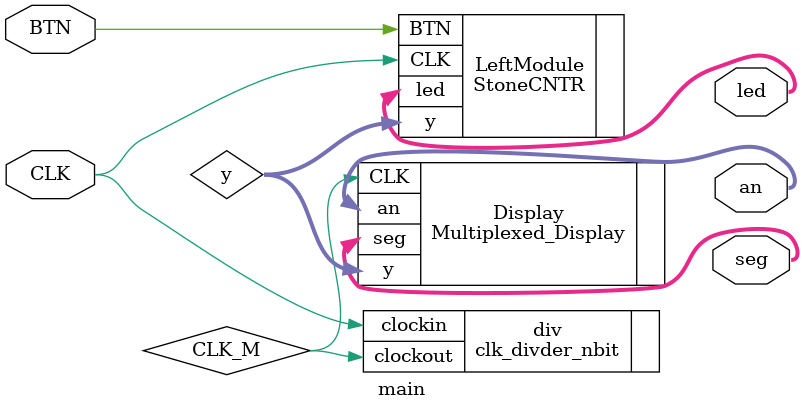
<source format=v>

`timescale 1ns/1ps

`include "../Modules/clk_divider_nbit.v"
`include "StoneCNTR.v"
`include "Multiplexed_Display.v"

module main(BTN,CLK, seg, an, led

);

input BTN, CLK;

output [14:0] led;
wire CLK_M; //slower clock for the multiplexed display

wire [3:0] y;

output [3:0] an;
output [7:0] seg;



clk_divder_nbit #(.n(12)) div(
				.clockin(CLK),
       				.clockout(CLK_M)
			);




StoneCNTR LeftModule(
			.BTN(BTN),
			.CLK(CLK), //clk_Reg is a slowed down version
			.y(y),
			.led(led)


);

//faster clock than reg
Multiplexed_Display Display(
			         .y(y),
    			    .CLK(CLK_M),
        		    .seg(seg),
	     		    .an(an)

);







endmodule

</source>
